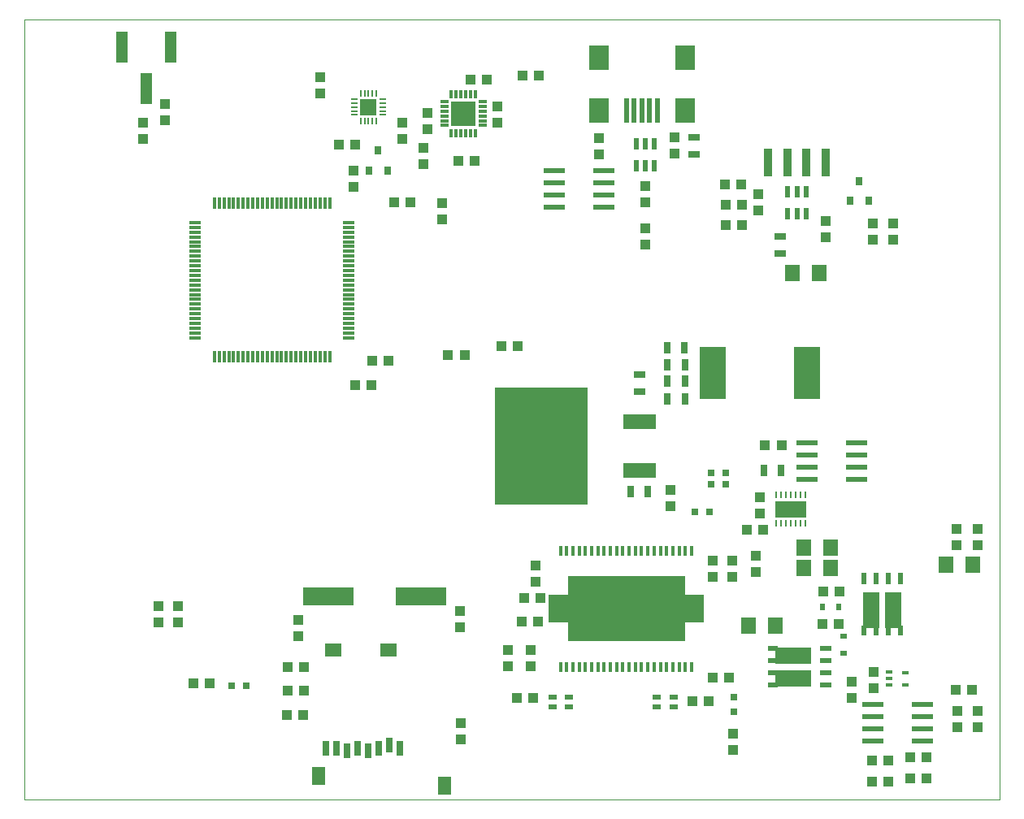
<source format=gtl>
G75*
G70*
%OFA0B0*%
%FSLAX24Y24*%
%IPPOS*%
%LPD*%
%AMOC8*
5,1,8,0,0,1.08239X$1,22.5*
%
%ADD10C,0.0010*%
%ADD11R,0.0472X0.0118*%
%ADD12R,0.0118X0.0472*%
%ADD13R,0.0470X0.1300*%
%ADD14R,0.0118X0.0413*%
%ADD15R,0.4803X0.2697*%
%ADD16R,0.0787X0.1142*%
%ADD17R,0.0433X0.0394*%
%ADD18R,0.0394X0.0433*%
%ADD19R,0.0197X0.0984*%
%ADD20R,0.0787X0.0984*%
%ADD21R,0.0236X0.0472*%
%ADD22R,0.0866X0.0236*%
%ADD23R,0.0354X0.1181*%
%ADD24R,0.0472X0.0315*%
%ADD25R,0.0315X0.0354*%
%ADD26R,0.0315X0.0315*%
%ADD27R,0.0098X0.0276*%
%ADD28R,0.1299X0.0669*%
%ADD29R,0.0330X0.0125*%
%ADD30R,0.0125X0.0330*%
%ADD31R,0.1000X0.1000*%
%ADD32R,0.1102X0.2126*%
%ADD33R,0.0315X0.0472*%
%ADD34R,0.2100X0.0760*%
%ADD35R,0.0630X0.0709*%
%ADD36R,0.0080X0.0310*%
%ADD37R,0.0310X0.0080*%
%ADD38R,0.0669X0.0669*%
%ADD39R,0.0295X0.0157*%
%ADD40R,0.0270X0.0130*%
%ADD41R,0.0500X0.0240*%
%ADD42R,0.0400X0.0240*%
%ADD43R,0.1500X0.0650*%
%ADD44R,0.0240X0.0500*%
%ADD45R,0.0240X0.0400*%
%ADD46R,0.0650X0.1500*%
%ADD47R,0.0236X0.0315*%
%ADD48R,0.0315X0.0236*%
%ADD49R,0.0335X0.0197*%
%ADD50R,0.1380X0.0630*%
%ADD51R,0.3840X0.4800*%
%ADD52R,0.0870X0.0240*%
%ADD53R,0.0709X0.0551*%
%ADD54R,0.0551X0.0748*%
%ADD55R,0.0315X0.0591*%
D10*
X000150Y001990D02*
X000150Y033990D01*
X040150Y033990D01*
X040150Y001990D01*
X000150Y001990D01*
D11*
X007150Y020927D03*
X007150Y021124D03*
X007150Y021321D03*
X007150Y021518D03*
X007150Y021715D03*
X007150Y021912D03*
X007150Y022109D03*
X007150Y022305D03*
X007150Y022502D03*
X007150Y022699D03*
X007150Y022896D03*
X007150Y023093D03*
X007150Y023290D03*
X007150Y023486D03*
X007150Y023683D03*
X007150Y023880D03*
X007150Y024077D03*
X007150Y024274D03*
X007150Y024471D03*
X007150Y024668D03*
X007150Y024864D03*
X007150Y025061D03*
X007150Y025258D03*
X007150Y025455D03*
X007150Y025652D03*
X013450Y025652D03*
X013450Y025455D03*
X013450Y025258D03*
X013450Y025061D03*
X013450Y024864D03*
X013450Y024668D03*
X013450Y024471D03*
X013450Y024274D03*
X013450Y024077D03*
X013450Y023880D03*
X013450Y023683D03*
X013450Y023486D03*
X013450Y023290D03*
X013450Y023093D03*
X013450Y022896D03*
X013450Y022699D03*
X013450Y022502D03*
X013450Y022305D03*
X013450Y022109D03*
X013450Y021912D03*
X013450Y021715D03*
X013450Y021518D03*
X013450Y021321D03*
X013450Y021124D03*
X013450Y020927D03*
D12*
X012662Y020140D03*
X012465Y020140D03*
X012269Y020140D03*
X012072Y020140D03*
X011875Y020140D03*
X011678Y020140D03*
X011481Y020140D03*
X011284Y020140D03*
X011087Y020140D03*
X010891Y020140D03*
X010694Y020140D03*
X010497Y020140D03*
X010300Y020140D03*
X010103Y020140D03*
X009906Y020140D03*
X009709Y020140D03*
X009513Y020140D03*
X009316Y020140D03*
X009119Y020140D03*
X008922Y020140D03*
X008725Y020140D03*
X008528Y020140D03*
X008331Y020140D03*
X008135Y020140D03*
X007938Y020140D03*
X007938Y026439D03*
X008135Y026439D03*
X008331Y026439D03*
X008528Y026439D03*
X008725Y026439D03*
X008922Y026439D03*
X009119Y026439D03*
X009316Y026439D03*
X009513Y026439D03*
X009709Y026439D03*
X009906Y026439D03*
X010103Y026439D03*
X010300Y026439D03*
X010497Y026439D03*
X010694Y026439D03*
X010891Y026439D03*
X011087Y026439D03*
X011284Y026439D03*
X011481Y026439D03*
X011678Y026439D03*
X011875Y026439D03*
X012072Y026439D03*
X012269Y026439D03*
X012465Y026439D03*
X012662Y026439D03*
D13*
X005150Y031150D03*
X004150Y032850D03*
X006150Y032850D03*
D14*
X022133Y012172D03*
X022389Y012172D03*
X022645Y012172D03*
X022901Y012172D03*
X023157Y012172D03*
X023413Y012172D03*
X023669Y012172D03*
X023924Y012172D03*
X024180Y012172D03*
X024436Y012172D03*
X024692Y012172D03*
X024948Y012172D03*
X025204Y012172D03*
X025460Y012172D03*
X025716Y012172D03*
X025972Y012172D03*
X026228Y012172D03*
X026484Y012172D03*
X026739Y012172D03*
X026995Y012172D03*
X027251Y012172D03*
X027507Y012172D03*
X027507Y007428D03*
X027251Y007428D03*
X026995Y007428D03*
X026739Y007428D03*
X026484Y007428D03*
X026228Y007428D03*
X025972Y007428D03*
X025716Y007428D03*
X025460Y007428D03*
X025204Y007428D03*
X024948Y007428D03*
X024692Y007428D03*
X024436Y007428D03*
X024180Y007428D03*
X023924Y007428D03*
X023669Y007428D03*
X023413Y007428D03*
X023157Y007428D03*
X022901Y007428D03*
X022645Y007428D03*
X022389Y007428D03*
X022133Y007428D03*
D15*
X024830Y009810D03*
D16*
X027625Y009810D03*
X022035Y009810D03*
D17*
X021305Y010240D03*
X020635Y010240D03*
X020555Y009290D03*
X021225Y009290D03*
X021005Y006140D03*
X020335Y006140D03*
X027535Y006030D03*
X028205Y006030D03*
X028365Y006980D03*
X029035Y006980D03*
X032875Y009200D03*
X033545Y009200D03*
X033585Y010530D03*
X032915Y010530D03*
X030455Y013040D03*
X029785Y013040D03*
X030525Y016510D03*
X031195Y016510D03*
X029575Y025540D03*
X028905Y025540D03*
X028895Y026390D03*
X029565Y026390D03*
X029555Y027230D03*
X028885Y027230D03*
X021255Y031690D03*
X020585Y031690D03*
X019125Y031510D03*
X018455Y031510D03*
X018605Y028200D03*
X017935Y028200D03*
X015965Y026480D03*
X015295Y026480D03*
X013725Y028850D03*
X013055Y028850D03*
X019715Y020600D03*
X020385Y020600D03*
X018195Y020210D03*
X017525Y020210D03*
X015085Y019970D03*
X014415Y019970D03*
X014385Y019000D03*
X013715Y019000D03*
X011605Y007420D03*
X010935Y007420D03*
X010935Y006440D03*
X011605Y006440D03*
X011585Y005460D03*
X010915Y005460D03*
X007745Y006740D03*
X007075Y006740D03*
X034905Y003570D03*
X035575Y003570D03*
X036475Y003730D03*
X037145Y003730D03*
X037145Y002850D03*
X036475Y002850D03*
X035575Y002730D03*
X034905Y002730D03*
X038355Y006470D03*
X039025Y006470D03*
D18*
X039230Y005634D03*
X039230Y004965D03*
X038420Y004955D03*
X038420Y005624D03*
X034980Y006555D03*
X034980Y007224D03*
X034090Y006834D03*
X034090Y006165D03*
X029220Y004694D03*
X029220Y004025D03*
X020900Y007445D03*
X020900Y008114D03*
X019990Y008114D03*
X019990Y007445D03*
X018010Y009035D03*
X018010Y009704D03*
X021110Y010925D03*
X021110Y011594D03*
X026640Y014025D03*
X026640Y014694D03*
X028370Y011784D03*
X028370Y011115D03*
X029170Y011105D03*
X029170Y011774D03*
X030160Y011994D03*
X030160Y011325D03*
X030320Y013705D03*
X030320Y014374D03*
X038370Y013084D03*
X038370Y012415D03*
X039250Y012425D03*
X039250Y013094D03*
X035770Y024945D03*
X035770Y025614D03*
X034960Y025634D03*
X034960Y024965D03*
X033010Y025035D03*
X033010Y025704D03*
X030230Y026155D03*
X030230Y026824D03*
X026820Y028475D03*
X026820Y029144D03*
X025620Y027144D03*
X025620Y026475D03*
X025620Y025414D03*
X025620Y024745D03*
X023700Y028455D03*
X023700Y029124D03*
X019530Y029755D03*
X019530Y030424D03*
X016690Y030164D03*
X016690Y029495D03*
X016500Y028734D03*
X016500Y028065D03*
X015660Y029075D03*
X015660Y029744D03*
X013660Y027774D03*
X013660Y027105D03*
X017290Y026444D03*
X017290Y025775D03*
X012280Y030935D03*
X012280Y031604D03*
X005920Y030524D03*
X005920Y029855D03*
X005020Y029754D03*
X005020Y029085D03*
X005660Y009924D03*
X005660Y009255D03*
X006460Y009255D03*
X006460Y009924D03*
X011390Y009354D03*
X011390Y008685D03*
X018030Y005124D03*
X018030Y004455D03*
D19*
X024840Y030245D03*
X025155Y030245D03*
X025470Y030245D03*
X025785Y030245D03*
X026100Y030245D03*
D20*
X027242Y030245D03*
X027242Y032411D03*
X023698Y032411D03*
X023698Y030245D03*
D21*
X025246Y028883D03*
X025620Y028883D03*
X025994Y028883D03*
X025994Y027977D03*
X025620Y027977D03*
X025246Y027977D03*
X031456Y026923D03*
X031830Y026923D03*
X032204Y026923D03*
X032204Y026017D03*
X031830Y026017D03*
X031456Y026017D03*
D22*
X023914Y026290D03*
X023914Y026790D03*
X023914Y027290D03*
X023914Y027790D03*
X021866Y027790D03*
X021866Y027290D03*
X021866Y026790D03*
X021866Y026290D03*
X034936Y005880D03*
X034936Y005380D03*
X034936Y004880D03*
X034936Y004380D03*
X036984Y004380D03*
X036984Y004880D03*
X036984Y005380D03*
X036984Y005880D03*
D23*
X033011Y028131D03*
X032224Y028131D03*
X031436Y028131D03*
X030649Y028131D03*
D24*
X027600Y028435D03*
X027600Y029144D03*
X031140Y025094D03*
X031140Y024385D03*
X025370Y019424D03*
X025370Y018715D03*
D25*
X034016Y026536D03*
X034764Y026536D03*
X034390Y027363D03*
X015034Y027796D03*
X014286Y027796D03*
X014660Y028623D03*
D26*
X028315Y015390D03*
X028315Y014920D03*
X028905Y014920D03*
X028905Y015390D03*
X028235Y013770D03*
X027645Y013770D03*
X029230Y006175D03*
X029230Y005584D03*
X009245Y006640D03*
X008655Y006640D03*
D27*
X030989Y013329D03*
X031186Y013329D03*
X031383Y013329D03*
X031580Y013329D03*
X031777Y013329D03*
X031974Y013329D03*
X032171Y013329D03*
X032171Y014470D03*
X031974Y014470D03*
X031777Y014470D03*
X031580Y014470D03*
X031383Y014470D03*
X031186Y014470D03*
X030989Y014470D03*
D28*
X031580Y013900D03*
D29*
X018928Y029637D03*
X018928Y029834D03*
X018928Y030031D03*
X018928Y030228D03*
X018928Y030425D03*
X018928Y030622D03*
X017372Y030622D03*
X017372Y030425D03*
X017372Y030228D03*
X017372Y030031D03*
X017372Y029834D03*
X017372Y029637D03*
D30*
X017658Y029332D03*
X017855Y029332D03*
X018052Y029332D03*
X018248Y029332D03*
X018445Y029332D03*
X018642Y029332D03*
X018642Y030907D03*
X018445Y030907D03*
X018248Y030907D03*
X018052Y030907D03*
X017855Y030907D03*
X017658Y030907D03*
D31*
X018150Y030130D03*
D32*
X028392Y019490D03*
X032250Y019490D03*
D33*
X031174Y015480D03*
X030466Y015480D03*
X027234Y018430D03*
X026526Y018430D03*
X026526Y019160D03*
X026526Y019810D03*
X027234Y019810D03*
X027234Y019160D03*
X027224Y020520D03*
X026516Y020520D03*
X025724Y014620D03*
X025016Y014620D03*
D34*
X016410Y010330D03*
X012610Y010330D03*
D35*
X029849Y009130D03*
X030951Y009130D03*
X032109Y011480D03*
X032109Y012320D03*
X033211Y012320D03*
X033211Y011480D03*
X037959Y011610D03*
X039061Y011610D03*
X032761Y023590D03*
X031659Y023590D03*
D36*
X014575Y029819D03*
X014417Y029819D03*
X014260Y029819D03*
X014103Y029819D03*
X013945Y029819D03*
X013945Y030960D03*
X014103Y030960D03*
X014260Y030960D03*
X014417Y030960D03*
X014575Y030960D03*
D37*
X014831Y030705D03*
X014831Y030547D03*
X014831Y030390D03*
X014831Y030232D03*
X014831Y030075D03*
X013689Y030075D03*
X013689Y030232D03*
X013689Y030390D03*
X013689Y030547D03*
X013689Y030705D03*
D38*
X014260Y030390D03*
D39*
X036265Y007196D03*
X036265Y006684D03*
D40*
X035615Y006675D03*
X035615Y006940D03*
X035615Y007205D03*
D41*
X033000Y007170D03*
X033000Y006670D03*
X033000Y007670D03*
X033000Y008170D03*
D42*
X030850Y008170D03*
X030850Y007670D03*
X030850Y007170D03*
X030850Y006670D03*
D43*
X031680Y006965D03*
X031680Y007875D03*
D44*
X034570Y011060D03*
X035070Y011060D03*
X035570Y011060D03*
X036070Y011060D03*
D45*
X036070Y008910D03*
X035570Y008910D03*
X035070Y008910D03*
X034570Y008910D03*
D46*
X034865Y009740D03*
X035775Y009740D03*
D47*
X033550Y009900D03*
X032881Y009900D03*
D48*
X033750Y008669D03*
X033750Y008000D03*
D49*
X026764Y006186D03*
X026076Y006186D03*
X026076Y005793D03*
X026764Y005793D03*
X022484Y005793D03*
X022484Y006186D03*
X021796Y006186D03*
X021796Y005793D03*
D50*
X025370Y015490D03*
X025370Y017490D03*
D51*
X021330Y016490D03*
D52*
X032230Y016610D03*
X032230Y016110D03*
X032230Y015610D03*
X032230Y015110D03*
X034290Y015110D03*
X034290Y015610D03*
X034290Y016110D03*
X034290Y016610D03*
D53*
X015071Y008132D03*
X012827Y008132D03*
D54*
X012197Y002955D03*
X017374Y002561D03*
D55*
X015540Y004077D03*
X015107Y004234D03*
X014674Y004077D03*
X014240Y003998D03*
X013807Y004077D03*
X013374Y003998D03*
X012941Y004077D03*
X012508Y004077D03*
M02*

</source>
